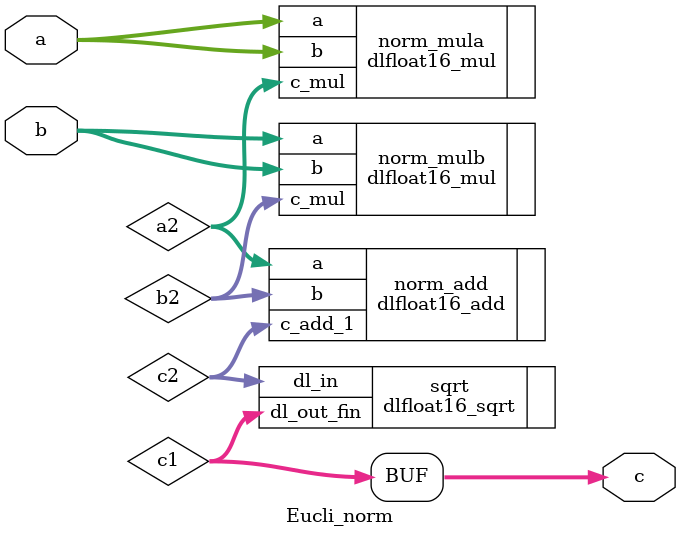
<source format=v>
`timescale 1ns / 1ps
module Eucli_norm(
    input wire [15:0] a,b,
    output wire [15:0] c
    );
    
    wire [15:0] a2,b2,c2,c1;
    assign c=c1;
    
    
    dlfloat16_mul norm_mula(.a(a),.b(a),.c_mul(a2));
    dlfloat16_mul norm_mulb(.a(b),.b(b),.c_mul(b2));
    dlfloat16_add norm_add(.a(a2),.b(b2),.c_add_1(c2));
    dlfloat16_sqrt sqrt(.dl_in(c2),.dl_out_fin(c1));
    
    
    
    
endmodule

</source>
